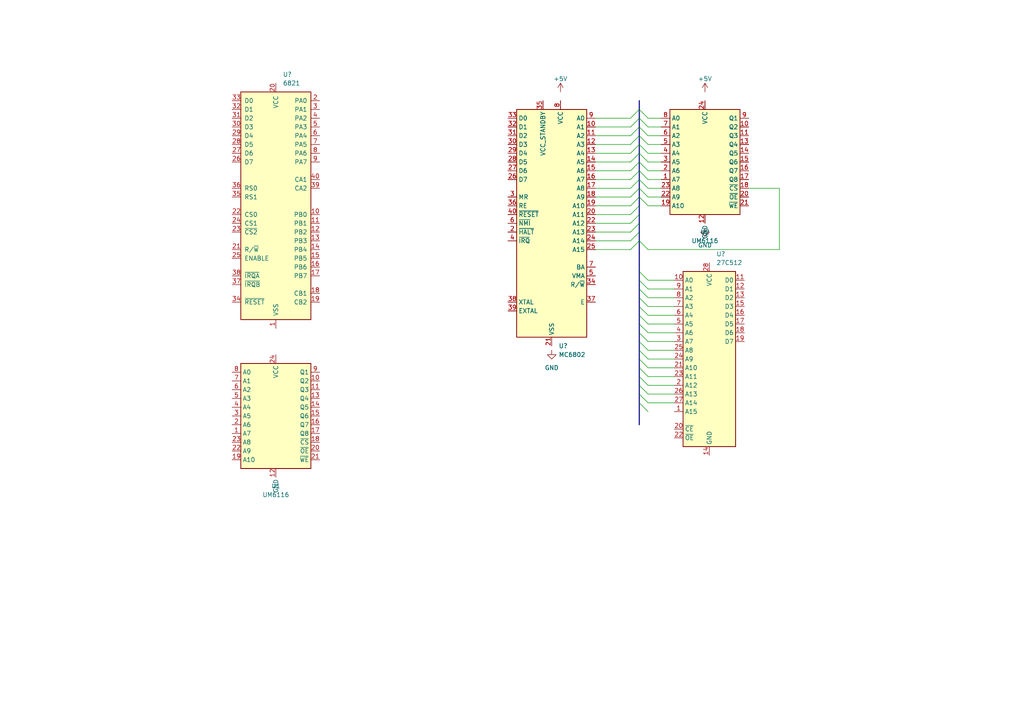
<source format=kicad_sch>
(kicad_sch (version 20230121) (generator eeschema)
  (paper "A4")
  (lib_symbols
    (symbol "68xx:MC6802"
      (property "Reference" "U" (at -8.89 34.29 0))
      (property "Value" "MC6802" (at 10.16 34.29 0))
      (symbol "MC6802_0_1"
        (rectangle (start -10.16 -33.02) (end 10.16 33.02) (stroke (width 0.254)) (fill (type background)))
      )
      (symbol "MC6802_1_1"
        (pin passive line (at 0 -35.56 90) (length 2.54) hide (name "VSS") (number "1"))
        (pin output line (at 12.7 27.94 180) (length 2.54) (name "A1") (number "10"))
        (pin output line (at 12.7 25.4 180) (length 2.54) (name "A2") (number "11"))
        (pin output line (at 12.7 22.86 180) (length 2.54) (name "A3") (number "12"))
        (pin output line (at 12.7 20.32 180) (length 2.54) (name "A4") (number "13"))
        (pin output line (at 12.7 17.78 180) (length 2.54) (name "A5") (number "14"))
        (pin output line (at 12.7 15.24 180) (length 2.54) (name "A6") (number "15"))
        (pin output line (at 12.7 12.7 180) (length 2.54) (name "A7") (number "16"))
        (pin output line (at 12.7 10.16 180) (length 2.54) (name "A8") (number "17"))
        (pin output line (at 12.7 7.62 180) (length 2.54) (name "A9") (number "18"))
        (pin output line (at 12.7 5.08 180) (length 2.54) (name "A10") (number "19"))
        (pin input line (at -12.7 -2.54 0) (length 2.54) (name "~{HALT}") (number "2"))
        (pin output line (at 12.7 2.54 180) (length 2.54) (name "A11") (number "20"))
        (pin power_in line (at 0 -35.56 90) (length 2.54) (name "VSS") (number "21"))
        (pin output line (at 12.7 0 180) (length 2.54) (name "A12") (number "22"))
        (pin output line (at 12.7 -2.54 180) (length 2.54) (name "A13") (number "23"))
        (pin output line (at 12.7 -5.08 180) (length 2.54) (name "A14") (number "24"))
        (pin output line (at 12.7 -7.62 180) (length 2.54) (name "A15") (number "25"))
        (pin bidirectional line (at -12.7 12.7 0) (length 2.54) (name "D7") (number "26"))
        (pin bidirectional line (at -12.7 15.24 0) (length 2.54) (name "D6") (number "27"))
        (pin bidirectional line (at -12.7 17.78 0) (length 2.54) (name "D5") (number "28"))
        (pin bidirectional line (at -12.7 20.32 0) (length 2.54) (name "D4") (number "29"))
        (pin input line (at -12.7 7.62 0) (length 2.54) (name "MR") (number "3"))
        (pin bidirectional line (at -12.7 22.86 0) (length 2.54) (name "D3") (number "30"))
        (pin bidirectional line (at -12.7 25.4 0) (length 2.54) (name "D2") (number "31"))
        (pin bidirectional line (at -12.7 27.94 0) (length 2.54) (name "D1") (number "32"))
        (pin bidirectional line (at -12.7 30.48 0) (length 2.54) (name "D0") (number "33"))
        (pin output line (at 12.7 -17.78 180) (length 2.54) (name "R/~{W}") (number "34"))
        (pin power_in line (at -2.54 35.56 270) (length 2.54) (name "VCC_STANDBY") (number "35"))
        (pin input line (at -12.7 5.08 0) (length 2.54) (name "RE") (number "36"))
        (pin output line (at 12.7 -22.86 180) (length 2.54) (name "E") (number "37"))
        (pin passive line (at -12.7 -22.86 0) (length 2.54) (name "XTAL") (number "38"))
        (pin passive line (at -12.7 -25.4 0) (length 2.54) (name "EXTAL") (number "39"))
        (pin input line (at -12.7 -5.08 0) (length 2.54) (name "~{IRQ}") (number "4"))
        (pin input line (at -12.7 2.54 0) (length 2.54) (name "~{RESET}") (number "40"))
        (pin output line (at 12.7 -15.24 180) (length 2.54) (name "VMA") (number "5"))
        (pin input line (at -12.7 0 0) (length 2.54) (name "~{NMI}") (number "6"))
        (pin output line (at 12.7 -12.7 180) (length 2.54) (name "BA") (number "7"))
        (pin power_in line (at 2.54 35.56 270) (length 2.54) (name "VCC") (number "8"))
        (pin output line (at 12.7 30.48 180) (length 2.54) (name "A0") (number "9"))
      )
    )
    (symbol "Interface:6821" (pin_names (offset 1.016))
      (property "Reference" "U" (at -7.62 34.29 0))
      (property "Value" "6821" (at 10.16 34.29 0))
      (symbol "6821_0_1"
        (rectangle (start -10.16 -33.02) (end 10.16 33.02) (stroke (width 0.254)) (fill (type background)))
      )
      (symbol "6821_1_1"
        (pin power_in line (at 0 -35.56 90) (length 2.54) (name "VSS") (number "1"))
        (pin bidirectional line (at 12.7 -2.54 180) (length 2.54) (name "PB0") (number "10"))
        (pin bidirectional line (at 12.7 -5.08 180) (length 2.54) (name "PB1") (number "11"))
        (pin bidirectional line (at 12.7 -7.62 180) (length 2.54) (name "PB2") (number "12"))
        (pin bidirectional line (at 12.7 -10.16 180) (length 2.54) (name "PB3") (number "13"))
        (pin bidirectional line (at 12.7 -12.7 180) (length 2.54) (name "PB4") (number "14"))
        (pin bidirectional line (at 12.7 -15.24 180) (length 2.54) (name "PB5") (number "15"))
        (pin bidirectional line (at 12.7 -17.78 180) (length 2.54) (name "PB6") (number "16"))
        (pin bidirectional line (at 12.7 -20.32 180) (length 2.54) (name "PB7") (number "17"))
        (pin input line (at 12.7 -25.4 180) (length 2.54) (name "CB1") (number "18"))
        (pin bidirectional line (at 12.7 -27.94 180) (length 2.54) (name "CB2") (number "19"))
        (pin bidirectional line (at 12.7 30.48 180) (length 2.54) (name "PA0") (number "2"))
        (pin power_in line (at 0 35.56 270) (length 2.54) (name "VCC") (number "20"))
        (pin input line (at -12.7 -12.7 0) (length 2.54) (name "R/~{W}") (number "21"))
        (pin input line (at -12.7 -2.54 0) (length 2.54) (name "CS0") (number "22"))
        (pin input line (at -12.7 -7.62 0) (length 2.54) (name "~{CS2}") (number "23"))
        (pin input line (at -12.7 -5.08 0) (length 2.54) (name "CS1") (number "24"))
        (pin input line (at -12.7 -15.24 0) (length 2.54) (name "ENABLE") (number "25"))
        (pin bidirectional line (at -12.7 12.7 0) (length 2.54) (name "D7") (number "26"))
        (pin bidirectional line (at -12.7 15.24 0) (length 2.54) (name "D6") (number "27"))
        (pin bidirectional line (at -12.7 17.78 0) (length 2.54) (name "D5") (number "28"))
        (pin bidirectional line (at -12.7 20.32 0) (length 2.54) (name "D4") (number "29"))
        (pin bidirectional line (at 12.7 27.94 180) (length 2.54) (name "PA1") (number "3"))
        (pin bidirectional line (at -12.7 22.86 0) (length 2.54) (name "D3") (number "30"))
        (pin bidirectional line (at -12.7 25.4 0) (length 2.54) (name "D2") (number "31"))
        (pin bidirectional line (at -12.7 27.94 0) (length 2.54) (name "D1") (number "32"))
        (pin bidirectional line (at -12.7 30.48 0) (length 2.54) (name "D0") (number "33"))
        (pin input line (at -12.7 -27.94 0) (length 2.54) (name "~{RESET}") (number "34"))
        (pin input line (at -12.7 2.54 0) (length 2.54) (name "RS1") (number "35"))
        (pin input line (at -12.7 5.08 0) (length 2.54) (name "RS0") (number "36"))
        (pin open_collector line (at -12.7 -22.86 0) (length 2.54) (name "~{IRQB}") (number "37"))
        (pin open_collector line (at -12.7 -20.32 0) (length 2.54) (name "~{IRQA}") (number "38"))
        (pin bidirectional line (at 12.7 5.08 180) (length 2.54) (name "CA2") (number "39"))
        (pin bidirectional line (at 12.7 25.4 180) (length 2.54) (name "PA2") (number "4"))
        (pin input line (at 12.7 7.62 180) (length 2.54) (name "CA1") (number "40"))
        (pin bidirectional line (at 12.7 22.86 180) (length 2.54) (name "PA3") (number "5"))
        (pin bidirectional line (at 12.7 20.32 180) (length 2.54) (name "PA4") (number "6"))
        (pin bidirectional line (at 12.7 17.78 180) (length 2.54) (name "PA5") (number "7"))
        (pin bidirectional line (at 12.7 15.24 180) (length 2.54) (name "PA6") (number "8"))
        (pin bidirectional line (at 12.7 12.7 180) (length 2.54) (name "PA7") (number "9"))
      )
    )
    (symbol "Memory_EPROM:27C512"
      (property "Reference" "U" (at -7.62 26.67 0))
      (property "Value" "27C512" (at 2.54 -26.67 0))
      (symbol "27C512_1_1"
        (rectangle (start -7.62 25.4) (end 7.62 -25.4) (stroke (width 0.254)) (fill (type background)))
        (pin input line (at -10.16 -15.24 0) (length 2.54) (name "A15") (number "1"))
        (pin input line (at -10.16 22.86 0) (length 2.54) (name "A0") (number "10"))
        (pin tri_state line (at 10.16 22.86 180) (length 2.54) (name "D0") (number "11"))
        (pin tri_state line (at 10.16 20.32 180) (length 2.54) (name "D1") (number "12"))
        (pin tri_state line (at 10.16 17.78 180) (length 2.54) (name "D2") (number "13"))
        (pin power_in line (at 0 -27.94 90) (length 2.54) (name "GND") (number "14"))
        (pin tri_state line (at 10.16 15.24 180) (length 2.54) (name "D3") (number "15"))
        (pin tri_state line (at 10.16 12.7 180) (length 2.54) (name "D4") (number "16"))
        (pin tri_state line (at 10.16 10.16 180) (length 2.54) (name "D5") (number "17"))
        (pin tri_state line (at 10.16 7.62 180) (length 2.54) (name "D6") (number "18"))
        (pin tri_state line (at 10.16 5.08 180) (length 2.54) (name "D7") (number "19"))
        (pin input line (at -10.16 -7.62 0) (length 2.54) (name "A12") (number "2"))
        (pin input line (at -10.16 -20.32 0) (length 2.54) (name "~{CE}") (number "20"))
        (pin input line (at -10.16 -2.54 0) (length 2.54) (name "A10") (number "21"))
        (pin input line (at -10.16 -22.86 0) (length 2.54) (name "~{OE}") (number "22"))
        (pin input line (at -10.16 -5.08 0) (length 2.54) (name "A11") (number "23"))
        (pin input line (at -10.16 0 0) (length 2.54) (name "A9") (number "24"))
        (pin input line (at -10.16 2.54 0) (length 2.54) (name "A8") (number "25"))
        (pin input line (at -10.16 -10.16 0) (length 2.54) (name "A13") (number "26"))
        (pin input line (at -10.16 -12.7 0) (length 2.54) (name "A14") (number "27"))
        (pin power_in line (at 0 27.94 270) (length 2.54) (name "VCC") (number "28"))
        (pin input line (at -10.16 5.08 0) (length 2.54) (name "A7") (number "3"))
        (pin input line (at -10.16 7.62 0) (length 2.54) (name "A6") (number "4"))
        (pin input line (at -10.16 10.16 0) (length 2.54) (name "A5") (number "5"))
        (pin input line (at -10.16 12.7 0) (length 2.54) (name "A4") (number "6"))
        (pin input line (at -10.16 15.24 0) (length 2.54) (name "A3") (number "7"))
        (pin input line (at -10.16 17.78 0) (length 2.54) (name "A2") (number "8"))
        (pin input line (at -10.16 20.32 0) (length 2.54) (name "A1") (number "9"))
      )
    )
    (symbol "Memory_RAM:UM6116"
      (property "Reference" "U" (at -10.16 23.495 0))
      (property "Value" "UM6116" (at 2.54 23.495 0))
      (symbol "UM6116_0_0"
        (pin power_in line (at 0 -7.62 270) (length 2.54) (name "GND") (number "12"))
        (pin power_in line (at 0 25.4 270) (length 2.54) (name "VCC") (number "24"))
      )
      (symbol "UM6116_0_1"
        (rectangle (start -10.16 22.86) (end 10.16 -7.62) (stroke (width 0.254)) (fill (type background)))
      )
      (symbol "UM6116_1_1"
        (pin input line (at -12.7 2.54 0) (length 2.54) (name "A7") (number "1"))
        (pin tri_state line (at 12.7 17.78 180) (length 2.54) (name "Q2") (number "10"))
        (pin tri_state line (at 12.7 15.24 180) (length 2.54) (name "Q3") (number "11"))
        (pin tri_state line (at 12.7 12.7 180) (length 2.54) (name "Q4") (number "13"))
        (pin tri_state line (at 12.7 10.16 180) (length 2.54) (name "Q5") (number "14"))
        (pin tri_state line (at 12.7 7.62 180) (length 2.54) (name "Q6") (number "15"))
        (pin tri_state line (at 12.7 5.08 180) (length 2.54) (name "Q7") (number "16"))
        (pin tri_state line (at 12.7 2.54 180) (length 2.54) (name "Q8") (number "17"))
        (pin input line (at 12.7 0 180) (length 2.54) (name "~{CS}") (number "18"))
        (pin input line (at -12.7 -5.08 0) (length 2.54) (name "A10") (number "19"))
        (pin input line (at -12.7 5.08 0) (length 2.54) (name "A6") (number "2"))
        (pin input line (at 12.7 -2.54 180) (length 2.54) (name "~{OE}") (number "20"))
        (pin input line (at 12.7 -5.08 180) (length 2.54) (name "~{WE}") (number "21"))
        (pin input line (at -12.7 -2.54 0) (length 2.54) (name "A9") (number "22"))
        (pin input line (at -12.7 0 0) (length 2.54) (name "A8") (number "23"))
        (pin input line (at -12.7 7.62 0) (length 2.54) (name "A5") (number "3"))
        (pin input line (at -12.7 10.16 0) (length 2.54) (name "A4") (number "4"))
        (pin input line (at -12.7 12.7 0) (length 2.54) (name "A3") (number "5"))
        (pin input line (at -12.7 15.24 0) (length 2.54) (name "A2") (number "6"))
        (pin input line (at -12.7 17.78 0) (length 2.54) (name "A1") (number "7"))
        (pin input line (at -12.7 20.32 0) (length 2.54) (name "A0") (number "8"))
        (pin tri_state line (at 12.7 20.32 180) (length 2.54) (name "Q1") (number "9"))
      )
    )
    (symbol "power:+5V" (power) (pin_names (offset 0))
      (property "Value" "+5V" (at 0 3.556 0))
      (symbol "+5V_0_1"
        (polyline (pts (xy -0.762 1.27) (xy 0 2.54)))
        (polyline (pts (xy 0 0) (xy 0 2.54)))
        (polyline (pts (xy 0 2.54) (xy 0.762 1.27)))
      )
      (symbol "+5V_1_1"
        (pin power_in line (at 0 0 90) (length 0) hide (name "+5V") (number "1"))
      )
    )
    (symbol "power:GND" (power) (pin_names (offset 0))
      (property "Value" "GND" (at 0 -3.81 0))
      (symbol "GND_0_1"
        (polyline (pts (xy 0 0) (xy 0 -1.27) (xy 1.27 -1.27) (xy 0 -2.54) (xy -1.27 -1.27) (xy 0 -1.27)))
      )
      (symbol "GND_1_1"
        (pin power_in line (at 0 0 270) (length 0) hide (name "GND") (number "1"))
      )
    )
  )
  (bus_entry (at 185.42 31.75) (size -2.54 2.54))
  (bus_entry (at 185.42 34.29) (size 2.54 2.54))
  (bus_entry (at 185.42 111.76) (size 2.54 2.54))
  (bus_entry (at 185.42 96.52) (size 2.54 2.54))
  (bus_entry (at 185.42 31.75) (size 2.54 2.54))
  (bus_entry (at 185.42 91.44) (size 2.54 2.54))
  (bus_entry (at 185.42 88.9) (size 2.54 2.54))
  (bus_entry (at 185.42 36.83) (size -2.54 2.54))
  (bus_entry (at 185.42 41.91) (size -2.54 2.54))
  (bus_entry (at 185.42 93.98) (size 2.54 2.54))
  (bus_entry (at 185.42 57.15) (size 2.54 2.54))
  (bus_entry (at 185.42 114.3) (size 2.54 2.54))
  (bus_entry (at 185.42 64.77) (size -2.54 2.54))
  (bus_entry (at 185.42 49.53) (size 2.54 2.54))
  (bus_entry (at 185.42 46.99) (size -2.54 2.54))
  (bus_entry (at 185.42 46.99) (size 2.54 2.54))
  (bus_entry (at 185.42 39.37) (size 2.54 2.54))
  (bus_entry (at 185.42 104.14) (size 2.54 2.54))
  (bus_entry (at 185.42 78.74) (size 2.54 2.54))
  (bus_entry (at 185.42 101.6) (size 2.54 2.54))
  (bus_entry (at 185.42 36.83) (size 2.54 2.54))
  (bus_entry (at 185.42 99.06) (size 2.54 2.54))
  (bus_entry (at 185.42 54.61) (size -2.54 2.54))
  (bus_entry (at 185.42 34.29) (size -2.54 2.54))
  (bus_entry (at 185.42 106.68) (size 2.54 2.54))
  (bus_entry (at 185.42 69.85) (size -2.54 2.54))
  (bus_entry (at 185.42 67.31) (size -2.54 2.54))
  (bus_entry (at 185.42 49.53) (size -2.54 2.54))
  (bus_entry (at 185.42 52.07) (size -2.54 2.54))
  (bus_entry (at 185.42 44.45) (size -2.54 2.54))
  (bus_entry (at 185.42 109.22) (size 2.54 2.54))
  (bus_entry (at 185.42 116.84) (size 2.54 2.54))
  (bus_entry (at 185.42 86.36) (size 2.54 2.54))
  (bus_entry (at 185.42 39.37) (size -2.54 2.54))
  (bus_entry (at 185.42 83.82) (size 2.54 2.54))
  (bus_entry (at 185.42 54.61) (size 2.54 2.54))
  (bus_entry (at 185.42 69.85) (size 2.54 2.54))
  (bus_entry (at 185.42 44.45) (size 2.54 2.54))
  (bus_entry (at 185.42 52.07) (size 2.54 2.54))
  (bus_entry (at 185.42 81.28) (size 2.54 2.54))
  (bus_entry (at 185.42 57.15) (size -2.54 2.54))
  (bus_entry (at 185.42 62.23) (size -2.54 2.54))
  (bus_entry (at 185.42 59.69) (size -2.54 2.54))
  (bus_entry (at 185.42 41.91) (size 2.54 2.54))
  (wire (pts (xy 187.96 109.22) (xy 195.58 109.22)))
  (wire (pts (xy 187.96 99.06) (xy 195.58 99.06)))
  (wire (pts (xy 187.96 34.29) (xy 191.77 34.29)))
  (wire (pts (xy 226.06 54.61) (xy 217.17 54.61)))
  (bus (pts (xy 185.42 99.06) (xy 185.42 101.6)))
  (bus (pts (xy 185.42 31.75) (xy 185.42 34.29)))
  (wire (pts (xy 172.72 34.29) (xy 182.88 34.29)))
  (wire (pts (xy 172.72 44.45) (xy 182.88 44.45)))
  (wire (pts (xy 182.88 41.91) (xy 172.72 41.91)))
  (wire (pts (xy 187.96 83.82) (xy 195.58 83.82)))
  (bus (pts (xy 185.42 46.99) (xy 185.42 49.53)))
  (bus (pts (xy 185.42 114.3) (xy 185.42 116.84)))
  (wire (pts (xy 172.72 49.53) (xy 182.88 49.53)))
  (bus (pts (xy 185.42 86.36) (xy 185.42 88.9)))
  (bus (pts (xy 185.42 41.91) (xy 185.42 44.45)))
  (wire (pts (xy 187.96 116.84) (xy 195.58 116.84)))
  (bus (pts (xy 185.42 54.61) (xy 185.42 57.15)))
  (wire (pts (xy 187.96 46.99) (xy 191.77 46.99)))
  (wire (pts (xy 187.96 41.91) (xy 191.77 41.91)))
  (wire (pts (xy 182.88 46.99) (xy 172.72 46.99)))
  (wire (pts (xy 182.88 57.15) (xy 172.72 57.15)))
  (wire (pts (xy 182.88 67.31) (xy 172.72 67.31)))
  (wire (pts (xy 187.96 96.52) (xy 195.58 96.52)))
  (wire (pts (xy 187.96 111.76) (xy 195.58 111.76)))
  (wire (pts (xy 172.72 69.85) (xy 182.88 69.85)))
  (wire (pts (xy 187.96 54.61) (xy 191.77 54.61)))
  (wire (pts (xy 172.72 72.39) (xy 182.88 72.39)))
  (wire (pts (xy 187.96 36.83) (xy 191.77 36.83)))
  (bus (pts (xy 185.42 93.98) (xy 185.42 96.52)))
  (bus (pts (xy 185.42 69.85) (xy 185.42 78.74)))
  (bus (pts (xy 185.42 44.45) (xy 185.42 46.99)))
  (wire (pts (xy 187.96 49.53) (xy 191.77 49.53)))
  (wire (pts (xy 187.96 39.37) (xy 191.77 39.37)))
  (bus (pts (xy 185.42 96.52) (xy 185.42 99.06)))
  (bus (pts (xy 185.42 52.07) (xy 185.42 54.61)))
  (wire (pts (xy 187.96 52.07) (xy 191.77 52.07)))
  (bus (pts (xy 185.42 64.77) (xy 185.42 67.31)))
  (wire (pts (xy 187.96 88.9) (xy 195.58 88.9)))
  (bus (pts (xy 185.42 91.44) (xy 185.42 93.98)))
  (bus (pts (xy 185.42 62.23) (xy 185.42 64.77)))
  (wire (pts (xy 172.72 54.61) (xy 182.88 54.61)))
  (wire (pts (xy 187.96 59.69) (xy 191.77 59.69)))
  (bus (pts (xy 185.42 116.84) (xy 185.42 123.19)))
  (bus (pts (xy 185.42 29.21) (xy 185.42 31.75)))
  (wire (pts (xy 187.96 114.3) (xy 195.58 114.3)))
  (wire (pts (xy 187.96 86.36) (xy 195.58 86.36)))
  (bus (pts (xy 185.42 83.82) (xy 185.42 86.36)))
  (wire (pts (xy 187.96 44.45) (xy 191.77 44.45)))
  (wire (pts (xy 182.88 62.23) (xy 172.72 62.23)))
  (bus (pts (xy 185.42 81.28) (xy 185.42 83.82)))
  (wire (pts (xy 172.72 64.77) (xy 182.88 64.77)))
  (wire (pts (xy 187.96 101.6) (xy 195.58 101.6)))
  (wire (pts (xy 172.72 39.37) (xy 182.88 39.37)))
  (bus (pts (xy 185.42 106.68) (xy 185.42 109.22)))
  (wire (pts (xy 187.96 106.68) (xy 195.58 106.68)))
  (bus (pts (xy 185.42 109.22) (xy 185.42 111.76)))
  (bus (pts (xy 185.42 57.15) (xy 185.42 59.69)))
  (bus (pts (xy 185.42 39.37) (xy 185.42 41.91)))
  (bus (pts (xy 185.42 104.14) (xy 185.42 106.68)))
  (bus (pts (xy 185.42 59.69) (xy 185.42 62.23)))
  (wire (pts (xy 187.96 72.39) (xy 226.06 72.39)))
  (wire (pts (xy 187.96 57.15) (xy 191.77 57.15)))
  (wire (pts (xy 187.96 104.14) (xy 195.58 104.14)))
  (bus (pts (xy 185.42 111.76) (xy 185.42 114.3)))
  (bus (pts (xy 185.42 88.9) (xy 185.42 91.44)))
  (bus (pts (xy 185.42 49.53) (xy 185.42 52.07)))
  (wire (pts (xy 187.96 81.28) (xy 195.58 81.28)))
  (wire (pts (xy 182.88 36.83) (xy 172.72 36.83)))
  (bus (pts (xy 185.42 78.74) (xy 185.42 81.28)))
  (wire (pts (xy 182.88 52.07) (xy 172.72 52.07)))
  (bus (pts (xy 185.42 34.29) (xy 185.42 36.83)))
  (wire (pts (xy 226.06 72.39) (xy 226.06 54.61)))
  (wire (pts (xy 187.96 91.44) (xy 195.58 91.44)))
  (wire (pts (xy 172.72 59.69) (xy 182.88 59.69)))
  (bus (pts (xy 185.42 36.83) (xy 185.42 39.37)))
  (wire (pts (xy 187.96 93.98) (xy 195.58 93.98)))
  (bus (pts (xy 185.42 101.6) (xy 185.42 104.14)))
  (bus (pts (xy 185.42 67.31) (xy 185.42 69.85)))
  (symbol (lib_id "power:GND") (at 204.47 66.04 0) (unit 1)
    (property "Reference" "#PWR03" (effects hide))
    (property "Value" "GND" (at 204.47 71.12 0))
  )
  (symbol (lib_id "Memory_RAM:UM6116") (at 80.01 128.27 0) (unit 1)
    (property "Reference" "U1" (at 80.01 140.97 0))
    (property "Value" "UM6116" (at 80.01 143.51 0))
  )
  (symbol (lib_id "Memory_RAM:UM6116") (at 204.47 54.61 0) (unit 1)
    (property "Reference" "U2" (at 204.47 67.31 0))
    (property "Value" "UM6116" (at 204.47 69.85 0))
  )
  (symbol (lib_id "power:GND") (at 160.02 101.6 0) (unit 1)
    (property "Reference" "#PWR04" (effects hide))
    (property "Value" "GND" (at 160.02 106.68 0))
  )
  (symbol (lib_id "Interface:6821") (at 80.01 59.69 0) (unit 1)
    (property "Reference" "U?" (at 82.0294 21.59 0) (effects (justify left)))
    (property "Value" "6821" (at 82.0294 24.13 0) (effects (justify left)))
    (property "Footprint" "Package_DIP:DIP-40_W15.24mm" (effects hide))
    (property "Datasheet" "http://pdf.datasheetcatalog.com/datasheet/motorola/6821.pdf" (effects hide))
  )
  (symbol (lib_id "power:+5V") (at 162.56 26.67 0) (unit 1)
    (property "Reference" "#PWR02" (effects hide))
    (property "Value" "+5V" (at 162.56 22.86 0))
  )
  (symbol (lib_id "68xx:MC6802") (at 160.02 64.77 0) (unit 1)
    (property "Reference" "U?" (at 162.0394 100.33 0) (effects (justify left)))
    (property "Value" "MC6802" (at 162.0394 102.87 0) (effects (justify left)))
    (property "Footprint" "Package_DIP:DIP-40_W15.24mm" (effects hide))
    (property "Datasheet" "https://www.jameco.com/Jameco/Products/ProdDS/43502.pdf" (effects hide))
  )
  (symbol (lib_id "power:+5V") (at 204.47 26.67 0) (unit 1)
    (property "Reference" "#PWR01" (effects hide))
    (property "Value" "+5V" (at 204.47 22.86 0))
  )
  (symbol (lib_id "Memory_EPROM:27C512") (at 205.74 104.14 0) (unit 1)
    (property "Reference" "U?" (at 207.7594 73.66 0) (effects (justify left)))
    (property "Value" "27C512" (at 207.7594 76.2 0) (effects (justify left)))
    (property "Footprint" "Package_DIP:DIP-28_W15.24mm" (effects hide))
    (property "Datasheet" "http://ww1.microchip.com/downloads/en/DeviceDoc/doc0015.pdf" (effects hide))
  )
)
</source>
